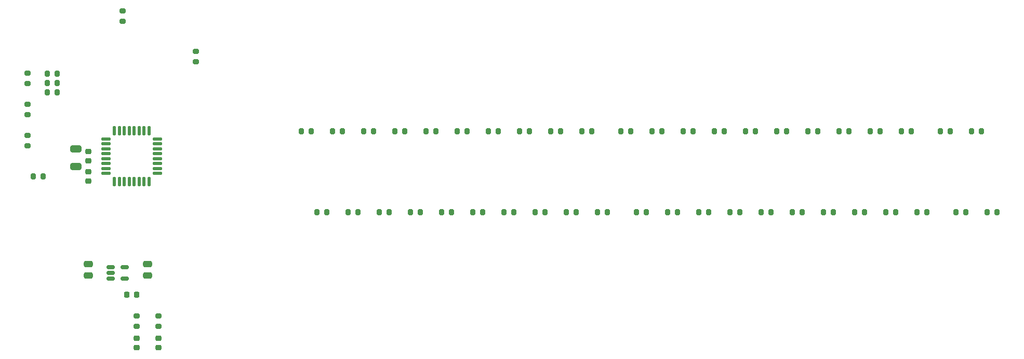
<source format=gbr>
%TF.GenerationSoftware,KiCad,Pcbnew,6.0.0*%
%TF.CreationDate,2022-01-11T19:34:27+01:00*%
%TF.ProjectId,main,6d61696e-2e6b-4696-9361-645f70636258,v.1.1.0*%
%TF.SameCoordinates,Original*%
%TF.FileFunction,Paste,Top*%
%TF.FilePolarity,Positive*%
%FSLAX46Y46*%
G04 Gerber Fmt 4.6, Leading zero omitted, Abs format (unit mm)*
G04 Created by KiCad (PCBNEW 6.0.0) date 2022-01-11 19:34:27*
%MOMM*%
%LPD*%
G01*
G04 APERTURE LIST*
G04 Aperture macros list*
%AMRoundRect*
0 Rectangle with rounded corners*
0 $1 Rounding radius*
0 $2 $3 $4 $5 $6 $7 $8 $9 X,Y pos of 4 corners*
0 Add a 4 corners polygon primitive as box body*
4,1,4,$2,$3,$4,$5,$6,$7,$8,$9,$2,$3,0*
0 Add four circle primitives for the rounded corners*
1,1,$1+$1,$2,$3*
1,1,$1+$1,$4,$5*
1,1,$1+$1,$6,$7*
1,1,$1+$1,$8,$9*
0 Add four rect primitives between the rounded corners*
20,1,$1+$1,$2,$3,$4,$5,0*
20,1,$1+$1,$4,$5,$6,$7,0*
20,1,$1+$1,$6,$7,$8,$9,0*
20,1,$1+$1,$8,$9,$2,$3,0*%
G04 Aperture macros list end*
%ADD10RoundRect,0.200000X-0.275000X0.200000X-0.275000X-0.200000X0.275000X-0.200000X0.275000X0.200000X0*%
%ADD11RoundRect,0.200000X0.200000X0.275000X-0.200000X0.275000X-0.200000X-0.275000X0.200000X-0.275000X0*%
%ADD12RoundRect,0.225000X-0.225000X-0.250000X0.225000X-0.250000X0.225000X0.250000X-0.225000X0.250000X0*%
%ADD13RoundRect,0.218750X0.256250X-0.218750X0.256250X0.218750X-0.256250X0.218750X-0.256250X-0.218750X0*%
%ADD14RoundRect,0.225000X-0.250000X0.225000X-0.250000X-0.225000X0.250000X-0.225000X0.250000X0.225000X0*%
%ADD15RoundRect,0.125000X-0.625000X-0.125000X0.625000X-0.125000X0.625000X0.125000X-0.625000X0.125000X0*%
%ADD16RoundRect,0.125000X-0.125000X-0.625000X0.125000X-0.625000X0.125000X0.625000X-0.125000X0.625000X0*%
%ADD17RoundRect,0.250000X-0.475000X0.250000X-0.475000X-0.250000X0.475000X-0.250000X0.475000X0.250000X0*%
%ADD18RoundRect,0.250000X-0.650000X0.325000X-0.650000X-0.325000X0.650000X-0.325000X0.650000X0.325000X0*%
%ADD19RoundRect,0.150000X-0.512500X-0.150000X0.512500X-0.150000X0.512500X0.150000X-0.512500X0.150000X0*%
G04 APERTURE END LIST*
D10*
%TO.C,R11*%
X64770000Y-62929000D03*
X64770000Y-64579000D03*
%TD*%
D11*
%TO.C,R38*%
X183959000Y-89154000D03*
X182309000Y-89154000D03*
%TD*%
D10*
%TO.C,R4*%
X37338000Y-66485000D03*
X37338000Y-68135000D03*
%TD*%
D11*
%TO.C,R30*%
X145859000Y-75946000D03*
X144209000Y-75946000D03*
%TD*%
D12*
%TO.C,C3*%
X53581000Y-102616000D03*
X55131000Y-102616000D03*
%TD*%
D11*
%TO.C,R15*%
X129349000Y-75946000D03*
X127699000Y-75946000D03*
%TD*%
%TO.C,R35*%
X83629000Y-75946000D03*
X81979000Y-75946000D03*
%TD*%
%TO.C,R52*%
X153479000Y-89154000D03*
X151829000Y-89154000D03*
%TD*%
%TO.C,R33*%
X88709000Y-75946000D03*
X87059000Y-75946000D03*
%TD*%
%TO.C,R39*%
X131889000Y-89154000D03*
X130239000Y-89154000D03*
%TD*%
%TO.C,R27*%
X103949000Y-75946000D03*
X102299000Y-75946000D03*
%TD*%
%TO.C,R14*%
X181419000Y-75946000D03*
X179769000Y-75946000D03*
%TD*%
D13*
%TO.C,D1*%
X55118000Y-111277500D03*
X55118000Y-109702500D03*
%TD*%
D11*
%TO.C,R45*%
X121729000Y-89154000D03*
X120079000Y-89154000D03*
%TD*%
D14*
%TO.C,C6*%
X47244000Y-82537000D03*
X47244000Y-84087000D03*
%TD*%
D11*
%TO.C,R21*%
X119189000Y-75946000D03*
X117539000Y-75946000D03*
%TD*%
%TO.C,R32*%
X140779000Y-75946000D03*
X139129000Y-75946000D03*
%TD*%
%TO.C,R34*%
X135699000Y-75946000D03*
X134049000Y-75946000D03*
%TD*%
%TO.C,R42*%
X178879000Y-89154000D03*
X177229000Y-89154000D03*
%TD*%
%TO.C,R54*%
X148399000Y-89154000D03*
X146749000Y-89154000D03*
%TD*%
%TO.C,R29*%
X98869000Y-75946000D03*
X97219000Y-75946000D03*
%TD*%
%TO.C,R20*%
X171259000Y-75946000D03*
X169609000Y-75946000D03*
%TD*%
%TO.C,R46*%
X168719000Y-89154000D03*
X167069000Y-89154000D03*
%TD*%
%TO.C,R19*%
X124269000Y-75946000D03*
X122619000Y-75946000D03*
%TD*%
D15*
%TO.C,U3*%
X50181000Y-77210000D03*
X50181000Y-78010000D03*
X50181000Y-78810000D03*
X50181000Y-79610000D03*
X50181000Y-80410000D03*
X50181000Y-81210000D03*
X50181000Y-82010000D03*
X50181000Y-82810000D03*
D16*
X51556000Y-84185000D03*
X52356000Y-84185000D03*
X53156000Y-84185000D03*
X53956000Y-84185000D03*
X54756000Y-84185000D03*
X55556000Y-84185000D03*
X56356000Y-84185000D03*
X57156000Y-84185000D03*
D15*
X58531000Y-82810000D03*
X58531000Y-82010000D03*
X58531000Y-81210000D03*
X58531000Y-80410000D03*
X58531000Y-79610000D03*
X58531000Y-78810000D03*
X58531000Y-78010000D03*
X58531000Y-77210000D03*
D16*
X57156000Y-75835000D03*
X56356000Y-75835000D03*
X55556000Y-75835000D03*
X54756000Y-75835000D03*
X53956000Y-75835000D03*
X53156000Y-75835000D03*
X52356000Y-75835000D03*
X51556000Y-75835000D03*
%TD*%
D10*
%TO.C,R3*%
X37338000Y-71565000D03*
X37338000Y-73215000D03*
%TD*%
D11*
%TO.C,R44*%
X173799000Y-89154000D03*
X172149000Y-89154000D03*
%TD*%
%TO.C,R37*%
X195389000Y-89154000D03*
X193739000Y-89154000D03*
%TD*%
%TO.C,R25*%
X109029000Y-75946000D03*
X107379000Y-75946000D03*
%TD*%
D10*
%TO.C,R9*%
X52832000Y-56325000D03*
X52832000Y-57975000D03*
%TD*%
D11*
%TO.C,R57*%
X91249000Y-89154000D03*
X89599000Y-89154000D03*
%TD*%
D17*
%TO.C,C5*%
X56896000Y-97602000D03*
X56896000Y-99502000D03*
%TD*%
D10*
%TO.C,R2*%
X37338000Y-76645000D03*
X37338000Y-78295000D03*
%TD*%
%TO.C,R8*%
X55118000Y-106109000D03*
X55118000Y-107759000D03*
%TD*%
D11*
%TO.C,R23*%
X114109000Y-75946000D03*
X112459000Y-75946000D03*
%TD*%
%TO.C,R53*%
X101409000Y-89154000D03*
X99759000Y-89154000D03*
%TD*%
%TO.C,R13*%
X192849000Y-75946000D03*
X191199000Y-75946000D03*
%TD*%
%TO.C,R28*%
X150939000Y-75946000D03*
X149289000Y-75946000D03*
%TD*%
%TO.C,R5*%
X42227000Y-66548000D03*
X40577000Y-66548000D03*
%TD*%
%TO.C,R18*%
X176339000Y-75946000D03*
X174689000Y-75946000D03*
%TD*%
%TO.C,R48*%
X163639000Y-89154000D03*
X161989000Y-89154000D03*
%TD*%
%TO.C,R59*%
X86169000Y-89154000D03*
X84519000Y-89154000D03*
%TD*%
D17*
%TO.C,C2*%
X47244000Y-97602000D03*
X47244000Y-99502000D03*
%TD*%
D14*
%TO.C,C8*%
X47244000Y-79235000D03*
X47244000Y-80785000D03*
%TD*%
D18*
%TO.C,C7*%
X45212000Y-78789000D03*
X45212000Y-81739000D03*
%TD*%
D11*
%TO.C,R58*%
X138239000Y-89154000D03*
X136589000Y-89154000D03*
%TD*%
D13*
%TO.C,D2*%
X58674000Y-111277500D03*
X58674000Y-109702500D03*
%TD*%
D11*
%TO.C,R6*%
X42227000Y-68072000D03*
X40577000Y-68072000D03*
%TD*%
%TO.C,R56*%
X143319000Y-89154000D03*
X141669000Y-89154000D03*
%TD*%
%TO.C,R55*%
X96329000Y-89154000D03*
X94679000Y-89154000D03*
%TD*%
%TO.C,R51*%
X106489000Y-89154000D03*
X104839000Y-89154000D03*
%TD*%
%TO.C,R31*%
X93789000Y-75946000D03*
X92139000Y-75946000D03*
%TD*%
%TO.C,R49*%
X111569000Y-89154000D03*
X109919000Y-89154000D03*
%TD*%
%TO.C,R43*%
X126809000Y-89154000D03*
X125159000Y-89154000D03*
%TD*%
D19*
%TO.C,U1*%
X50932500Y-98110000D03*
X50932500Y-99060000D03*
X50932500Y-100010000D03*
X53207500Y-100010000D03*
X53207500Y-98110000D03*
%TD*%
D11*
%TO.C,R47*%
X116649000Y-89154000D03*
X114999000Y-89154000D03*
%TD*%
%TO.C,R26*%
X156019000Y-75946000D03*
X154369000Y-75946000D03*
%TD*%
%TO.C,R36*%
X190309000Y-89154000D03*
X188659000Y-89154000D03*
%TD*%
%TO.C,R50*%
X158559000Y-89154000D03*
X156909000Y-89154000D03*
%TD*%
%TO.C,R12*%
X187769000Y-75946000D03*
X186119000Y-75946000D03*
%TD*%
D10*
%TO.C,R10*%
X58674000Y-106109000D03*
X58674000Y-107759000D03*
%TD*%
D11*
%TO.C,R24*%
X161099000Y-75946000D03*
X159449000Y-75946000D03*
%TD*%
%TO.C,R7*%
X42227000Y-69596000D03*
X40577000Y-69596000D03*
%TD*%
%TO.C,R22*%
X166179000Y-75946000D03*
X164529000Y-75946000D03*
%TD*%
%TO.C,R1*%
X39941000Y-83312000D03*
X38291000Y-83312000D03*
%TD*%
M02*

</source>
